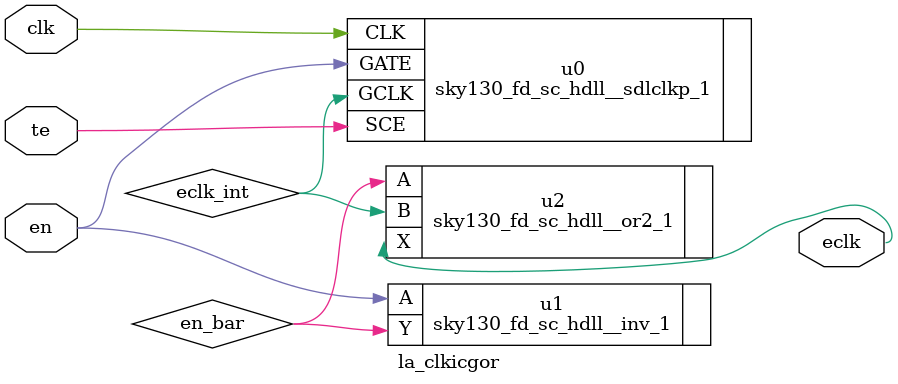
<source format=v>

(* keep_hierarchy *)
module la_clkicgor #(
    parameter PROP = "DEFAULT"
) (
    input  clk,  // clock input
    input  te,   // test enable
    input  en,   // enable
    output eclk  // enabled clock output
);

  // reg en_stable;

  // always @(clk or en or te) if (clk) en_stable <= en | te;

  // assign eclk = clk | ~en_stable;

  wire eclk_int;
  wire en_bar;

  sky130_fd_sc_hdll__sdlclkp_1 u0 (
      .CLK (clk),
      .SCE (te),
      .GATE(en),
      .GCLK(eclk_int)
  );

  sky130_fd_sc_hdll__inv_1 u1 (
      .A(en),
      .Y(en_bar)
  );
  sky130_fd_sc_hdll__or2_1 u2 (
      .A(en_bar),
      .B(eclk_int),
      .X(eclk)
  );

endmodule

</source>
